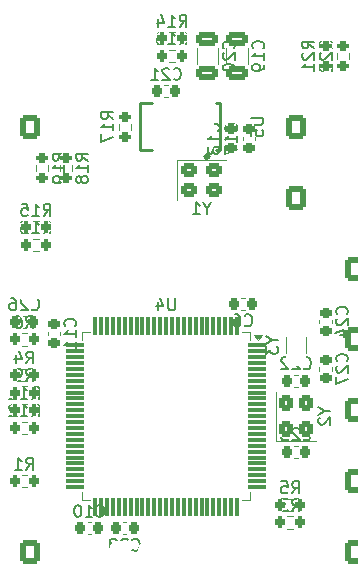
<source format=gbo>
%TF.GenerationSoftware,KiCad,Pcbnew,9.0.6*%
%TF.CreationDate,2026-01-30T19:37:08-05:00*%
%TF.ProjectId,flight controller,666c6967-6874-4206-936f-6e74726f6c6c,rev?*%
%TF.SameCoordinates,Original*%
%TF.FileFunction,Legend,Bot*%
%TF.FilePolarity,Positive*%
%FSLAX46Y46*%
G04 Gerber Fmt 4.6, Leading zero omitted, Abs format (unit mm)*
G04 Created by KiCad (PCBNEW 9.0.6) date 2026-01-30 19:37:08*
%MOMM*%
%LPD*%
G01*
G04 APERTURE LIST*
G04 Aperture macros list*
%AMRoundRect*
0 Rectangle with rounded corners*
0 $1 Rounding radius*
0 $2 $3 $4 $5 $6 $7 $8 $9 X,Y pos of 4 corners*
0 Add a 4 corners polygon primitive as box body*
4,1,4,$2,$3,$4,$5,$6,$7,$8,$9,$2,$3,0*
0 Add four circle primitives for the rounded corners*
1,1,$1+$1,$2,$3*
1,1,$1+$1,$4,$5*
1,1,$1+$1,$6,$7*
1,1,$1+$1,$8,$9*
0 Add four rect primitives between the rounded corners*
20,1,$1+$1,$2,$3,$4,$5,0*
20,1,$1+$1,$4,$5,$6,$7,0*
20,1,$1+$1,$6,$7,$8,$9,0*
20,1,$1+$1,$8,$9,$2,$3,0*%
G04 Aperture macros list end*
%ADD10C,0.150000*%
%ADD11C,0.120000*%
%ADD12C,0.250000*%
%ADD13C,0.300000*%
%ADD14C,2.700000*%
%ADD15RoundRect,0.250000X-0.600000X-0.725000X0.600000X-0.725000X0.600000X0.725000X-0.600000X0.725000X0*%
%ADD16O,1.700000X1.950000*%
%ADD17C,1.400000*%
%ADD18RoundRect,0.770000X0.980000X0.980000X-0.980000X0.980000X-0.980000X-0.980000X0.980000X-0.980000X0*%
%ADD19C,3.500000*%
%ADD20C,0.650000*%
%ADD21O,2.100000X1.000000*%
%ADD22O,1.600000X1.000000*%
%ADD23C,1.200000*%
%ADD24RoundRect,0.250000X0.650000X-0.325000X0.650000X0.325000X-0.650000X0.325000X-0.650000X-0.325000X0*%
%ADD25RoundRect,0.200000X0.200000X0.275000X-0.200000X0.275000X-0.200000X-0.275000X0.200000X-0.275000X0*%
%ADD26RoundRect,0.200000X-0.275000X0.200000X-0.275000X-0.200000X0.275000X-0.200000X0.275000X0.200000X0*%
%ADD27R,1.800000X1.000000*%
%ADD28RoundRect,0.225000X-0.225000X-0.250000X0.225000X-0.250000X0.225000X0.250000X-0.225000X0.250000X0*%
%ADD29RoundRect,0.225000X0.250000X-0.225000X0.250000X0.225000X-0.250000X0.225000X-0.250000X-0.225000X0*%
%ADD30RoundRect,0.225000X0.225000X0.250000X-0.225000X0.250000X-0.225000X-0.250000X0.225000X-0.250000X0*%
%ADD31RoundRect,0.200000X0.275000X-0.200000X0.275000X0.200000X-0.275000X0.200000X-0.275000X-0.200000X0*%
%ADD32R,0.360000X0.800000*%
%ADD33R,2.800000X1.500000*%
%ADD34RoundRect,0.225000X-0.250000X0.225000X-0.250000X-0.225000X0.250000X-0.225000X0.250000X0.225000X0*%
%ADD35RoundRect,0.250000X-0.450000X-0.350000X0.450000X-0.350000X0.450000X0.350000X-0.450000X0.350000X0*%
%ADD36RoundRect,0.250000X0.350000X-0.450000X0.350000X0.450000X-0.350000X0.450000X-0.350000X-0.450000X0*%
%ADD37RoundRect,0.075000X0.725000X0.075000X-0.725000X0.075000X-0.725000X-0.075000X0.725000X-0.075000X0*%
%ADD38RoundRect,0.075000X0.075000X0.725000X-0.075000X0.725000X-0.075000X-0.725000X0.075000X-0.725000X0*%
G04 APERTURE END LIST*
D10*
X157209580Y-59357142D02*
X157257200Y-59309523D01*
X157257200Y-59309523D02*
X157304819Y-59166666D01*
X157304819Y-59166666D02*
X157304819Y-59071428D01*
X157304819Y-59071428D02*
X157257200Y-58928571D01*
X157257200Y-58928571D02*
X157161961Y-58833333D01*
X157161961Y-58833333D02*
X157066723Y-58785714D01*
X157066723Y-58785714D02*
X156876247Y-58738095D01*
X156876247Y-58738095D02*
X156733390Y-58738095D01*
X156733390Y-58738095D02*
X156542914Y-58785714D01*
X156542914Y-58785714D02*
X156447676Y-58833333D01*
X156447676Y-58833333D02*
X156352438Y-58928571D01*
X156352438Y-58928571D02*
X156304819Y-59071428D01*
X156304819Y-59071428D02*
X156304819Y-59166666D01*
X156304819Y-59166666D02*
X156352438Y-59309523D01*
X156352438Y-59309523D02*
X156400057Y-59357142D01*
X156400057Y-59738095D02*
X156352438Y-59785714D01*
X156352438Y-59785714D02*
X156304819Y-59880952D01*
X156304819Y-59880952D02*
X156304819Y-60119047D01*
X156304819Y-60119047D02*
X156352438Y-60214285D01*
X156352438Y-60214285D02*
X156400057Y-60261904D01*
X156400057Y-60261904D02*
X156495295Y-60309523D01*
X156495295Y-60309523D02*
X156590533Y-60309523D01*
X156590533Y-60309523D02*
X156733390Y-60261904D01*
X156733390Y-60261904D02*
X157304819Y-59690476D01*
X157304819Y-59690476D02*
X157304819Y-60309523D01*
X156304819Y-60928571D02*
X156304819Y-61023809D01*
X156304819Y-61023809D02*
X156352438Y-61119047D01*
X156352438Y-61119047D02*
X156400057Y-61166666D01*
X156400057Y-61166666D02*
X156495295Y-61214285D01*
X156495295Y-61214285D02*
X156685771Y-61261904D01*
X156685771Y-61261904D02*
X156923866Y-61261904D01*
X156923866Y-61261904D02*
X157114342Y-61214285D01*
X157114342Y-61214285D02*
X157209580Y-61166666D01*
X157209580Y-61166666D02*
X157257200Y-61119047D01*
X157257200Y-61119047D02*
X157304819Y-61023809D01*
X157304819Y-61023809D02*
X157304819Y-60928571D01*
X157304819Y-60928571D02*
X157257200Y-60833333D01*
X157257200Y-60833333D02*
X157209580Y-60785714D01*
X157209580Y-60785714D02*
X157114342Y-60738095D01*
X157114342Y-60738095D02*
X156923866Y-60690476D01*
X156923866Y-60690476D02*
X156685771Y-60690476D01*
X156685771Y-60690476D02*
X156495295Y-60738095D01*
X156495295Y-60738095D02*
X156400057Y-60785714D01*
X156400057Y-60785714D02*
X156352438Y-60833333D01*
X156352438Y-60833333D02*
X156304819Y-60928571D01*
X139666666Y-83024819D02*
X139999999Y-82548628D01*
X140238094Y-83024819D02*
X140238094Y-82024819D01*
X140238094Y-82024819D02*
X139857142Y-82024819D01*
X139857142Y-82024819D02*
X139761904Y-82072438D01*
X139761904Y-82072438D02*
X139714285Y-82120057D01*
X139714285Y-82120057D02*
X139666666Y-82215295D01*
X139666666Y-82215295D02*
X139666666Y-82358152D01*
X139666666Y-82358152D02*
X139714285Y-82453390D01*
X139714285Y-82453390D02*
X139761904Y-82501009D01*
X139761904Y-82501009D02*
X139857142Y-82548628D01*
X139857142Y-82548628D02*
X140238094Y-82548628D01*
X138809523Y-82024819D02*
X138999999Y-82024819D01*
X138999999Y-82024819D02*
X139095237Y-82072438D01*
X139095237Y-82072438D02*
X139142856Y-82120057D01*
X139142856Y-82120057D02*
X139238094Y-82262914D01*
X139238094Y-82262914D02*
X139285713Y-82453390D01*
X139285713Y-82453390D02*
X139285713Y-82834342D01*
X139285713Y-82834342D02*
X139238094Y-82929580D01*
X139238094Y-82929580D02*
X139190475Y-82977200D01*
X139190475Y-82977200D02*
X139095237Y-83024819D01*
X139095237Y-83024819D02*
X138904761Y-83024819D01*
X138904761Y-83024819D02*
X138809523Y-82977200D01*
X138809523Y-82977200D02*
X138761904Y-82929580D01*
X138761904Y-82929580D02*
X138714285Y-82834342D01*
X138714285Y-82834342D02*
X138714285Y-82596247D01*
X138714285Y-82596247D02*
X138761904Y-82501009D01*
X138761904Y-82501009D02*
X138809523Y-82453390D01*
X138809523Y-82453390D02*
X138904761Y-82405771D01*
X138904761Y-82405771D02*
X139095237Y-82405771D01*
X139095237Y-82405771D02*
X139190475Y-82453390D01*
X139190475Y-82453390D02*
X139238094Y-82501009D01*
X139238094Y-82501009D02*
X139285713Y-82596247D01*
X164024819Y-59357142D02*
X163548628Y-59023809D01*
X164024819Y-58785714D02*
X163024819Y-58785714D01*
X163024819Y-58785714D02*
X163024819Y-59166666D01*
X163024819Y-59166666D02*
X163072438Y-59261904D01*
X163072438Y-59261904D02*
X163120057Y-59309523D01*
X163120057Y-59309523D02*
X163215295Y-59357142D01*
X163215295Y-59357142D02*
X163358152Y-59357142D01*
X163358152Y-59357142D02*
X163453390Y-59309523D01*
X163453390Y-59309523D02*
X163501009Y-59261904D01*
X163501009Y-59261904D02*
X163548628Y-59166666D01*
X163548628Y-59166666D02*
X163548628Y-58785714D01*
X163120057Y-59738095D02*
X163072438Y-59785714D01*
X163072438Y-59785714D02*
X163024819Y-59880952D01*
X163024819Y-59880952D02*
X163024819Y-60119047D01*
X163024819Y-60119047D02*
X163072438Y-60214285D01*
X163072438Y-60214285D02*
X163120057Y-60261904D01*
X163120057Y-60261904D02*
X163215295Y-60309523D01*
X163215295Y-60309523D02*
X163310533Y-60309523D01*
X163310533Y-60309523D02*
X163453390Y-60261904D01*
X163453390Y-60261904D02*
X164024819Y-59690476D01*
X164024819Y-59690476D02*
X164024819Y-60309523D01*
X164024819Y-61261904D02*
X164024819Y-60690476D01*
X164024819Y-60976190D02*
X163024819Y-60976190D01*
X163024819Y-60976190D02*
X163167676Y-60880952D01*
X163167676Y-60880952D02*
X163262914Y-60785714D01*
X163262914Y-60785714D02*
X163310533Y-60690476D01*
X139666666Y-86024819D02*
X139999999Y-85548628D01*
X140238094Y-86024819D02*
X140238094Y-85024819D01*
X140238094Y-85024819D02*
X139857142Y-85024819D01*
X139857142Y-85024819D02*
X139761904Y-85072438D01*
X139761904Y-85072438D02*
X139714285Y-85120057D01*
X139714285Y-85120057D02*
X139666666Y-85215295D01*
X139666666Y-85215295D02*
X139666666Y-85358152D01*
X139666666Y-85358152D02*
X139714285Y-85453390D01*
X139714285Y-85453390D02*
X139761904Y-85501009D01*
X139761904Y-85501009D02*
X139857142Y-85548628D01*
X139857142Y-85548628D02*
X140238094Y-85548628D01*
X138809523Y-85358152D02*
X138809523Y-86024819D01*
X139047618Y-84977200D02*
X139285713Y-85691485D01*
X139285713Y-85691485D02*
X138666666Y-85691485D01*
X160478628Y-84023809D02*
X160954819Y-84023809D01*
X159954819Y-83690476D02*
X160478628Y-84023809D01*
X160478628Y-84023809D02*
X159954819Y-84357142D01*
X159954819Y-84595238D02*
X159954819Y-85214285D01*
X159954819Y-85214285D02*
X160335771Y-84880952D01*
X160335771Y-84880952D02*
X160335771Y-85023809D01*
X160335771Y-85023809D02*
X160383390Y-85119047D01*
X160383390Y-85119047D02*
X160431009Y-85166666D01*
X160431009Y-85166666D02*
X160526247Y-85214285D01*
X160526247Y-85214285D02*
X160764342Y-85214285D01*
X160764342Y-85214285D02*
X160859580Y-85166666D01*
X160859580Y-85166666D02*
X160907200Y-85119047D01*
X160907200Y-85119047D02*
X160954819Y-85023809D01*
X160954819Y-85023809D02*
X160954819Y-84738095D01*
X160954819Y-84738095D02*
X160907200Y-84642857D01*
X160907200Y-84642857D02*
X160859580Y-84595238D01*
X165524819Y-59357142D02*
X165048628Y-59023809D01*
X165524819Y-58785714D02*
X164524819Y-58785714D01*
X164524819Y-58785714D02*
X164524819Y-59166666D01*
X164524819Y-59166666D02*
X164572438Y-59261904D01*
X164572438Y-59261904D02*
X164620057Y-59309523D01*
X164620057Y-59309523D02*
X164715295Y-59357142D01*
X164715295Y-59357142D02*
X164858152Y-59357142D01*
X164858152Y-59357142D02*
X164953390Y-59309523D01*
X164953390Y-59309523D02*
X165001009Y-59261904D01*
X165001009Y-59261904D02*
X165048628Y-59166666D01*
X165048628Y-59166666D02*
X165048628Y-58785714D01*
X164620057Y-59738095D02*
X164572438Y-59785714D01*
X164572438Y-59785714D02*
X164524819Y-59880952D01*
X164524819Y-59880952D02*
X164524819Y-60119047D01*
X164524819Y-60119047D02*
X164572438Y-60214285D01*
X164572438Y-60214285D02*
X164620057Y-60261904D01*
X164620057Y-60261904D02*
X164715295Y-60309523D01*
X164715295Y-60309523D02*
X164810533Y-60309523D01*
X164810533Y-60309523D02*
X164953390Y-60261904D01*
X164953390Y-60261904D02*
X165524819Y-59690476D01*
X165524819Y-59690476D02*
X165524819Y-60309523D01*
X164620057Y-60690476D02*
X164572438Y-60738095D01*
X164572438Y-60738095D02*
X164524819Y-60833333D01*
X164524819Y-60833333D02*
X164524819Y-61071428D01*
X164524819Y-61071428D02*
X164572438Y-61166666D01*
X164572438Y-61166666D02*
X164620057Y-61214285D01*
X164620057Y-61214285D02*
X164715295Y-61261904D01*
X164715295Y-61261904D02*
X164810533Y-61261904D01*
X164810533Y-61261904D02*
X164953390Y-61214285D01*
X164953390Y-61214285D02*
X165524819Y-60642857D01*
X165524819Y-60642857D02*
X165524819Y-61261904D01*
X139666666Y-95024819D02*
X139999999Y-94548628D01*
X140238094Y-95024819D02*
X140238094Y-94024819D01*
X140238094Y-94024819D02*
X139857142Y-94024819D01*
X139857142Y-94024819D02*
X139761904Y-94072438D01*
X139761904Y-94072438D02*
X139714285Y-94120057D01*
X139714285Y-94120057D02*
X139666666Y-94215295D01*
X139666666Y-94215295D02*
X139666666Y-94358152D01*
X139666666Y-94358152D02*
X139714285Y-94453390D01*
X139714285Y-94453390D02*
X139761904Y-94501009D01*
X139761904Y-94501009D02*
X139857142Y-94548628D01*
X139857142Y-94548628D02*
X140238094Y-94548628D01*
X138714285Y-95024819D02*
X139285713Y-95024819D01*
X138999999Y-95024819D02*
X138999999Y-94024819D01*
X138999999Y-94024819D02*
X139095237Y-94167676D01*
X139095237Y-94167676D02*
X139190475Y-94262914D01*
X139190475Y-94262914D02*
X139285713Y-94310533D01*
X158166666Y-82789580D02*
X158214285Y-82837200D01*
X158214285Y-82837200D02*
X158357142Y-82884819D01*
X158357142Y-82884819D02*
X158452380Y-82884819D01*
X158452380Y-82884819D02*
X158595237Y-82837200D01*
X158595237Y-82837200D02*
X158690475Y-82741961D01*
X158690475Y-82741961D02*
X158738094Y-82646723D01*
X158738094Y-82646723D02*
X158785713Y-82456247D01*
X158785713Y-82456247D02*
X158785713Y-82313390D01*
X158785713Y-82313390D02*
X158738094Y-82122914D01*
X158738094Y-82122914D02*
X158690475Y-82027676D01*
X158690475Y-82027676D02*
X158595237Y-81932438D01*
X158595237Y-81932438D02*
X158452380Y-81884819D01*
X158452380Y-81884819D02*
X158357142Y-81884819D01*
X158357142Y-81884819D02*
X158214285Y-81932438D01*
X158214285Y-81932438D02*
X158166666Y-81980057D01*
X157309523Y-81884819D02*
X157499999Y-81884819D01*
X157499999Y-81884819D02*
X157595237Y-81932438D01*
X157595237Y-81932438D02*
X157642856Y-81980057D01*
X157642856Y-81980057D02*
X157738094Y-82122914D01*
X157738094Y-82122914D02*
X157785713Y-82313390D01*
X157785713Y-82313390D02*
X157785713Y-82694342D01*
X157785713Y-82694342D02*
X157738094Y-82789580D01*
X157738094Y-82789580D02*
X157690475Y-82837200D01*
X157690475Y-82837200D02*
X157595237Y-82884819D01*
X157595237Y-82884819D02*
X157404761Y-82884819D01*
X157404761Y-82884819D02*
X157309523Y-82837200D01*
X157309523Y-82837200D02*
X157261904Y-82789580D01*
X157261904Y-82789580D02*
X157214285Y-82694342D01*
X157214285Y-82694342D02*
X157214285Y-82456247D01*
X157214285Y-82456247D02*
X157261904Y-82361009D01*
X157261904Y-82361009D02*
X157309523Y-82313390D01*
X157309523Y-82313390D02*
X157404761Y-82265771D01*
X157404761Y-82265771D02*
X157595237Y-82265771D01*
X157595237Y-82265771D02*
X157690475Y-82313390D01*
X157690475Y-82313390D02*
X157738094Y-82361009D01*
X157738094Y-82361009D02*
X157785713Y-82456247D01*
X166789580Y-85857142D02*
X166837200Y-85809523D01*
X166837200Y-85809523D02*
X166884819Y-85666666D01*
X166884819Y-85666666D02*
X166884819Y-85571428D01*
X166884819Y-85571428D02*
X166837200Y-85428571D01*
X166837200Y-85428571D02*
X166741961Y-85333333D01*
X166741961Y-85333333D02*
X166646723Y-85285714D01*
X166646723Y-85285714D02*
X166456247Y-85238095D01*
X166456247Y-85238095D02*
X166313390Y-85238095D01*
X166313390Y-85238095D02*
X166122914Y-85285714D01*
X166122914Y-85285714D02*
X166027676Y-85333333D01*
X166027676Y-85333333D02*
X165932438Y-85428571D01*
X165932438Y-85428571D02*
X165884819Y-85571428D01*
X165884819Y-85571428D02*
X165884819Y-85666666D01*
X165884819Y-85666666D02*
X165932438Y-85809523D01*
X165932438Y-85809523D02*
X165980057Y-85857142D01*
X165980057Y-86238095D02*
X165932438Y-86285714D01*
X165932438Y-86285714D02*
X165884819Y-86380952D01*
X165884819Y-86380952D02*
X165884819Y-86619047D01*
X165884819Y-86619047D02*
X165932438Y-86714285D01*
X165932438Y-86714285D02*
X165980057Y-86761904D01*
X165980057Y-86761904D02*
X166075295Y-86809523D01*
X166075295Y-86809523D02*
X166170533Y-86809523D01*
X166170533Y-86809523D02*
X166313390Y-86761904D01*
X166313390Y-86761904D02*
X166884819Y-86190476D01*
X166884819Y-86190476D02*
X166884819Y-86809523D01*
X165884819Y-87142857D02*
X165884819Y-87809523D01*
X165884819Y-87809523D02*
X166884819Y-87380952D01*
X145642857Y-98929580D02*
X145690476Y-98977200D01*
X145690476Y-98977200D02*
X145833333Y-99024819D01*
X145833333Y-99024819D02*
X145928571Y-99024819D01*
X145928571Y-99024819D02*
X146071428Y-98977200D01*
X146071428Y-98977200D02*
X146166666Y-98881961D01*
X146166666Y-98881961D02*
X146214285Y-98786723D01*
X146214285Y-98786723D02*
X146261904Y-98596247D01*
X146261904Y-98596247D02*
X146261904Y-98453390D01*
X146261904Y-98453390D02*
X146214285Y-98262914D01*
X146214285Y-98262914D02*
X146166666Y-98167676D01*
X146166666Y-98167676D02*
X146071428Y-98072438D01*
X146071428Y-98072438D02*
X145928571Y-98024819D01*
X145928571Y-98024819D02*
X145833333Y-98024819D01*
X145833333Y-98024819D02*
X145690476Y-98072438D01*
X145690476Y-98072438D02*
X145642857Y-98120057D01*
X144690476Y-99024819D02*
X145261904Y-99024819D01*
X144976190Y-99024819D02*
X144976190Y-98024819D01*
X144976190Y-98024819D02*
X145071428Y-98167676D01*
X145071428Y-98167676D02*
X145166666Y-98262914D01*
X145166666Y-98262914D02*
X145261904Y-98310533D01*
X144071428Y-98024819D02*
X143976190Y-98024819D01*
X143976190Y-98024819D02*
X143880952Y-98072438D01*
X143880952Y-98072438D02*
X143833333Y-98120057D01*
X143833333Y-98120057D02*
X143785714Y-98215295D01*
X143785714Y-98215295D02*
X143738095Y-98405771D01*
X143738095Y-98405771D02*
X143738095Y-98643866D01*
X143738095Y-98643866D02*
X143785714Y-98834342D01*
X143785714Y-98834342D02*
X143833333Y-98929580D01*
X143833333Y-98929580D02*
X143880952Y-98977200D01*
X143880952Y-98977200D02*
X143976190Y-99024819D01*
X143976190Y-99024819D02*
X144071428Y-99024819D01*
X144071428Y-99024819D02*
X144166666Y-98977200D01*
X144166666Y-98977200D02*
X144214285Y-98929580D01*
X144214285Y-98929580D02*
X144261904Y-98834342D01*
X144261904Y-98834342D02*
X144309523Y-98643866D01*
X144309523Y-98643866D02*
X144309523Y-98405771D01*
X144309523Y-98405771D02*
X144261904Y-98215295D01*
X144261904Y-98215295D02*
X144214285Y-98120057D01*
X144214285Y-98120057D02*
X144166666Y-98072438D01*
X144166666Y-98072438D02*
X144071428Y-98024819D01*
X147024819Y-65357142D02*
X146548628Y-65023809D01*
X147024819Y-64785714D02*
X146024819Y-64785714D01*
X146024819Y-64785714D02*
X146024819Y-65166666D01*
X146024819Y-65166666D02*
X146072438Y-65261904D01*
X146072438Y-65261904D02*
X146120057Y-65309523D01*
X146120057Y-65309523D02*
X146215295Y-65357142D01*
X146215295Y-65357142D02*
X146358152Y-65357142D01*
X146358152Y-65357142D02*
X146453390Y-65309523D01*
X146453390Y-65309523D02*
X146501009Y-65261904D01*
X146501009Y-65261904D02*
X146548628Y-65166666D01*
X146548628Y-65166666D02*
X146548628Y-64785714D01*
X147024819Y-66309523D02*
X147024819Y-65738095D01*
X147024819Y-66023809D02*
X146024819Y-66023809D01*
X146024819Y-66023809D02*
X146167676Y-65928571D01*
X146167676Y-65928571D02*
X146262914Y-65833333D01*
X146262914Y-65833333D02*
X146310533Y-65738095D01*
X146024819Y-66642857D02*
X146024819Y-67309523D01*
X146024819Y-67309523D02*
X147024819Y-66880952D01*
X142884819Y-68857142D02*
X142408628Y-68523809D01*
X142884819Y-68285714D02*
X141884819Y-68285714D01*
X141884819Y-68285714D02*
X141884819Y-68666666D01*
X141884819Y-68666666D02*
X141932438Y-68761904D01*
X141932438Y-68761904D02*
X141980057Y-68809523D01*
X141980057Y-68809523D02*
X142075295Y-68857142D01*
X142075295Y-68857142D02*
X142218152Y-68857142D01*
X142218152Y-68857142D02*
X142313390Y-68809523D01*
X142313390Y-68809523D02*
X142361009Y-68761904D01*
X142361009Y-68761904D02*
X142408628Y-68666666D01*
X142408628Y-68666666D02*
X142408628Y-68285714D01*
X142884819Y-69809523D02*
X142884819Y-69238095D01*
X142884819Y-69523809D02*
X141884819Y-69523809D01*
X141884819Y-69523809D02*
X142027676Y-69428571D01*
X142027676Y-69428571D02*
X142122914Y-69333333D01*
X142122914Y-69333333D02*
X142170533Y-69238095D01*
X142884819Y-70285714D02*
X142884819Y-70476190D01*
X142884819Y-70476190D02*
X142837200Y-70571428D01*
X142837200Y-70571428D02*
X142789580Y-70619047D01*
X142789580Y-70619047D02*
X142646723Y-70714285D01*
X142646723Y-70714285D02*
X142456247Y-70761904D01*
X142456247Y-70761904D02*
X142075295Y-70761904D01*
X142075295Y-70761904D02*
X141980057Y-70714285D01*
X141980057Y-70714285D02*
X141932438Y-70666666D01*
X141932438Y-70666666D02*
X141884819Y-70571428D01*
X141884819Y-70571428D02*
X141884819Y-70380952D01*
X141884819Y-70380952D02*
X141932438Y-70285714D01*
X141932438Y-70285714D02*
X141980057Y-70238095D01*
X141980057Y-70238095D02*
X142075295Y-70190476D01*
X142075295Y-70190476D02*
X142313390Y-70190476D01*
X142313390Y-70190476D02*
X142408628Y-70238095D01*
X142408628Y-70238095D02*
X142456247Y-70285714D01*
X142456247Y-70285714D02*
X142503866Y-70380952D01*
X142503866Y-70380952D02*
X142503866Y-70571428D01*
X142503866Y-70571428D02*
X142456247Y-70666666D01*
X142456247Y-70666666D02*
X142408628Y-70714285D01*
X142408628Y-70714285D02*
X142313390Y-70761904D01*
X139666666Y-87524819D02*
X139999999Y-87048628D01*
X140238094Y-87524819D02*
X140238094Y-86524819D01*
X140238094Y-86524819D02*
X139857142Y-86524819D01*
X139857142Y-86524819D02*
X139761904Y-86572438D01*
X139761904Y-86572438D02*
X139714285Y-86620057D01*
X139714285Y-86620057D02*
X139666666Y-86715295D01*
X139666666Y-86715295D02*
X139666666Y-86858152D01*
X139666666Y-86858152D02*
X139714285Y-86953390D01*
X139714285Y-86953390D02*
X139761904Y-87001009D01*
X139761904Y-87001009D02*
X139857142Y-87048628D01*
X139857142Y-87048628D02*
X140238094Y-87048628D01*
X139190475Y-87524819D02*
X138999999Y-87524819D01*
X138999999Y-87524819D02*
X138904761Y-87477200D01*
X138904761Y-87477200D02*
X138857142Y-87429580D01*
X138857142Y-87429580D02*
X138761904Y-87286723D01*
X138761904Y-87286723D02*
X138714285Y-87096247D01*
X138714285Y-87096247D02*
X138714285Y-86715295D01*
X138714285Y-86715295D02*
X138761904Y-86620057D01*
X138761904Y-86620057D02*
X138809523Y-86572438D01*
X138809523Y-86572438D02*
X138904761Y-86524819D01*
X138904761Y-86524819D02*
X139095237Y-86524819D01*
X139095237Y-86524819D02*
X139190475Y-86572438D01*
X139190475Y-86572438D02*
X139238094Y-86620057D01*
X139238094Y-86620057D02*
X139285713Y-86715295D01*
X139285713Y-86715295D02*
X139285713Y-86953390D01*
X139285713Y-86953390D02*
X139238094Y-87048628D01*
X139238094Y-87048628D02*
X139190475Y-87096247D01*
X139190475Y-87096247D02*
X139095237Y-87143866D01*
X139095237Y-87143866D02*
X138904761Y-87143866D01*
X138904761Y-87143866D02*
X138809523Y-87096247D01*
X138809523Y-87096247D02*
X138761904Y-87048628D01*
X138761904Y-87048628D02*
X138714285Y-86953390D01*
X166789580Y-81857142D02*
X166837200Y-81809523D01*
X166837200Y-81809523D02*
X166884819Y-81666666D01*
X166884819Y-81666666D02*
X166884819Y-81571428D01*
X166884819Y-81571428D02*
X166837200Y-81428571D01*
X166837200Y-81428571D02*
X166741961Y-81333333D01*
X166741961Y-81333333D02*
X166646723Y-81285714D01*
X166646723Y-81285714D02*
X166456247Y-81238095D01*
X166456247Y-81238095D02*
X166313390Y-81238095D01*
X166313390Y-81238095D02*
X166122914Y-81285714D01*
X166122914Y-81285714D02*
X166027676Y-81333333D01*
X166027676Y-81333333D02*
X165932438Y-81428571D01*
X165932438Y-81428571D02*
X165884819Y-81571428D01*
X165884819Y-81571428D02*
X165884819Y-81666666D01*
X165884819Y-81666666D02*
X165932438Y-81809523D01*
X165932438Y-81809523D02*
X165980057Y-81857142D01*
X165980057Y-82238095D02*
X165932438Y-82285714D01*
X165932438Y-82285714D02*
X165884819Y-82380952D01*
X165884819Y-82380952D02*
X165884819Y-82619047D01*
X165884819Y-82619047D02*
X165932438Y-82714285D01*
X165932438Y-82714285D02*
X165980057Y-82761904D01*
X165980057Y-82761904D02*
X166075295Y-82809523D01*
X166075295Y-82809523D02*
X166170533Y-82809523D01*
X166170533Y-82809523D02*
X166313390Y-82761904D01*
X166313390Y-82761904D02*
X166884819Y-82190476D01*
X166884819Y-82190476D02*
X166884819Y-82809523D01*
X166218152Y-83666666D02*
X166884819Y-83666666D01*
X165837200Y-83428571D02*
X166551485Y-83190476D01*
X166551485Y-83190476D02*
X166551485Y-83809523D01*
X158724819Y-65238095D02*
X159534342Y-65238095D01*
X159534342Y-65238095D02*
X159629580Y-65285714D01*
X159629580Y-65285714D02*
X159677200Y-65333333D01*
X159677200Y-65333333D02*
X159724819Y-65428571D01*
X159724819Y-65428571D02*
X159724819Y-65619047D01*
X159724819Y-65619047D02*
X159677200Y-65714285D01*
X159677200Y-65714285D02*
X159629580Y-65761904D01*
X159629580Y-65761904D02*
X159534342Y-65809523D01*
X159534342Y-65809523D02*
X158724819Y-65809523D01*
X158724819Y-66761904D02*
X158724819Y-66285714D01*
X158724819Y-66285714D02*
X159201009Y-66238095D01*
X159201009Y-66238095D02*
X159153390Y-66285714D01*
X159153390Y-66285714D02*
X159105771Y-66380952D01*
X159105771Y-66380952D02*
X159105771Y-66619047D01*
X159105771Y-66619047D02*
X159153390Y-66714285D01*
X159153390Y-66714285D02*
X159201009Y-66761904D01*
X159201009Y-66761904D02*
X159296247Y-66809523D01*
X159296247Y-66809523D02*
X159534342Y-66809523D01*
X159534342Y-66809523D02*
X159629580Y-66761904D01*
X159629580Y-66761904D02*
X159677200Y-66714285D01*
X159677200Y-66714285D02*
X159724819Y-66619047D01*
X159724819Y-66619047D02*
X159724819Y-66380952D01*
X159724819Y-66380952D02*
X159677200Y-66285714D01*
X159677200Y-66285714D02*
X159629580Y-66238095D01*
X144884819Y-68857142D02*
X144408628Y-68523809D01*
X144884819Y-68285714D02*
X143884819Y-68285714D01*
X143884819Y-68285714D02*
X143884819Y-68666666D01*
X143884819Y-68666666D02*
X143932438Y-68761904D01*
X143932438Y-68761904D02*
X143980057Y-68809523D01*
X143980057Y-68809523D02*
X144075295Y-68857142D01*
X144075295Y-68857142D02*
X144218152Y-68857142D01*
X144218152Y-68857142D02*
X144313390Y-68809523D01*
X144313390Y-68809523D02*
X144361009Y-68761904D01*
X144361009Y-68761904D02*
X144408628Y-68666666D01*
X144408628Y-68666666D02*
X144408628Y-68285714D01*
X144884819Y-69809523D02*
X144884819Y-69238095D01*
X144884819Y-69523809D02*
X143884819Y-69523809D01*
X143884819Y-69523809D02*
X144027676Y-69428571D01*
X144027676Y-69428571D02*
X144122914Y-69333333D01*
X144122914Y-69333333D02*
X144170533Y-69238095D01*
X144313390Y-70380952D02*
X144265771Y-70285714D01*
X144265771Y-70285714D02*
X144218152Y-70238095D01*
X144218152Y-70238095D02*
X144122914Y-70190476D01*
X144122914Y-70190476D02*
X144075295Y-70190476D01*
X144075295Y-70190476D02*
X143980057Y-70238095D01*
X143980057Y-70238095D02*
X143932438Y-70285714D01*
X143932438Y-70285714D02*
X143884819Y-70380952D01*
X143884819Y-70380952D02*
X143884819Y-70571428D01*
X143884819Y-70571428D02*
X143932438Y-70666666D01*
X143932438Y-70666666D02*
X143980057Y-70714285D01*
X143980057Y-70714285D02*
X144075295Y-70761904D01*
X144075295Y-70761904D02*
X144122914Y-70761904D01*
X144122914Y-70761904D02*
X144218152Y-70714285D01*
X144218152Y-70714285D02*
X144265771Y-70666666D01*
X144265771Y-70666666D02*
X144313390Y-70571428D01*
X144313390Y-70571428D02*
X144313390Y-70380952D01*
X144313390Y-70380952D02*
X144361009Y-70285714D01*
X144361009Y-70285714D02*
X144408628Y-70238095D01*
X144408628Y-70238095D02*
X144503866Y-70190476D01*
X144503866Y-70190476D02*
X144694342Y-70190476D01*
X144694342Y-70190476D02*
X144789580Y-70238095D01*
X144789580Y-70238095D02*
X144837200Y-70285714D01*
X144837200Y-70285714D02*
X144884819Y-70380952D01*
X144884819Y-70380952D02*
X144884819Y-70571428D01*
X144884819Y-70571428D02*
X144837200Y-70666666D01*
X144837200Y-70666666D02*
X144789580Y-70714285D01*
X144789580Y-70714285D02*
X144694342Y-70761904D01*
X144694342Y-70761904D02*
X144503866Y-70761904D01*
X144503866Y-70761904D02*
X144408628Y-70714285D01*
X144408628Y-70714285D02*
X144361009Y-70666666D01*
X144361009Y-70666666D02*
X144313390Y-70571428D01*
X140142857Y-81429580D02*
X140190476Y-81477200D01*
X140190476Y-81477200D02*
X140333333Y-81524819D01*
X140333333Y-81524819D02*
X140428571Y-81524819D01*
X140428571Y-81524819D02*
X140571428Y-81477200D01*
X140571428Y-81477200D02*
X140666666Y-81381961D01*
X140666666Y-81381961D02*
X140714285Y-81286723D01*
X140714285Y-81286723D02*
X140761904Y-81096247D01*
X140761904Y-81096247D02*
X140761904Y-80953390D01*
X140761904Y-80953390D02*
X140714285Y-80762914D01*
X140714285Y-80762914D02*
X140666666Y-80667676D01*
X140666666Y-80667676D02*
X140571428Y-80572438D01*
X140571428Y-80572438D02*
X140428571Y-80524819D01*
X140428571Y-80524819D02*
X140333333Y-80524819D01*
X140333333Y-80524819D02*
X140190476Y-80572438D01*
X140190476Y-80572438D02*
X140142857Y-80620057D01*
X139761904Y-80620057D02*
X139714285Y-80572438D01*
X139714285Y-80572438D02*
X139619047Y-80524819D01*
X139619047Y-80524819D02*
X139380952Y-80524819D01*
X139380952Y-80524819D02*
X139285714Y-80572438D01*
X139285714Y-80572438D02*
X139238095Y-80620057D01*
X139238095Y-80620057D02*
X139190476Y-80715295D01*
X139190476Y-80715295D02*
X139190476Y-80810533D01*
X139190476Y-80810533D02*
X139238095Y-80953390D01*
X139238095Y-80953390D02*
X139809523Y-81524819D01*
X139809523Y-81524819D02*
X139190476Y-81524819D01*
X138333333Y-80524819D02*
X138523809Y-80524819D01*
X138523809Y-80524819D02*
X138619047Y-80572438D01*
X138619047Y-80572438D02*
X138666666Y-80620057D01*
X138666666Y-80620057D02*
X138761904Y-80762914D01*
X138761904Y-80762914D02*
X138809523Y-80953390D01*
X138809523Y-80953390D02*
X138809523Y-81334342D01*
X138809523Y-81334342D02*
X138761904Y-81429580D01*
X138761904Y-81429580D02*
X138714285Y-81477200D01*
X138714285Y-81477200D02*
X138619047Y-81524819D01*
X138619047Y-81524819D02*
X138428571Y-81524819D01*
X138428571Y-81524819D02*
X138333333Y-81477200D01*
X138333333Y-81477200D02*
X138285714Y-81429580D01*
X138285714Y-81429580D02*
X138238095Y-81334342D01*
X138238095Y-81334342D02*
X138238095Y-81096247D01*
X138238095Y-81096247D02*
X138285714Y-81001009D01*
X138285714Y-81001009D02*
X138333333Y-80953390D01*
X138333333Y-80953390D02*
X138428571Y-80905771D01*
X138428571Y-80905771D02*
X138619047Y-80905771D01*
X138619047Y-80905771D02*
X138714285Y-80953390D01*
X138714285Y-80953390D02*
X138761904Y-81001009D01*
X138761904Y-81001009D02*
X138809523Y-81096247D01*
X148642857Y-101789580D02*
X148690476Y-101837200D01*
X148690476Y-101837200D02*
X148833333Y-101884819D01*
X148833333Y-101884819D02*
X148928571Y-101884819D01*
X148928571Y-101884819D02*
X149071428Y-101837200D01*
X149071428Y-101837200D02*
X149166666Y-101741961D01*
X149166666Y-101741961D02*
X149214285Y-101646723D01*
X149214285Y-101646723D02*
X149261904Y-101456247D01*
X149261904Y-101456247D02*
X149261904Y-101313390D01*
X149261904Y-101313390D02*
X149214285Y-101122914D01*
X149214285Y-101122914D02*
X149166666Y-101027676D01*
X149166666Y-101027676D02*
X149071428Y-100932438D01*
X149071428Y-100932438D02*
X148928571Y-100884819D01*
X148928571Y-100884819D02*
X148833333Y-100884819D01*
X148833333Y-100884819D02*
X148690476Y-100932438D01*
X148690476Y-100932438D02*
X148642857Y-100980057D01*
X148261904Y-100980057D02*
X148214285Y-100932438D01*
X148214285Y-100932438D02*
X148119047Y-100884819D01*
X148119047Y-100884819D02*
X147880952Y-100884819D01*
X147880952Y-100884819D02*
X147785714Y-100932438D01*
X147785714Y-100932438D02*
X147738095Y-100980057D01*
X147738095Y-100980057D02*
X147690476Y-101075295D01*
X147690476Y-101075295D02*
X147690476Y-101170533D01*
X147690476Y-101170533D02*
X147738095Y-101313390D01*
X147738095Y-101313390D02*
X148309523Y-101884819D01*
X148309523Y-101884819D02*
X147690476Y-101884819D01*
X147119047Y-101313390D02*
X147214285Y-101265771D01*
X147214285Y-101265771D02*
X147261904Y-101218152D01*
X147261904Y-101218152D02*
X147309523Y-101122914D01*
X147309523Y-101122914D02*
X147309523Y-101075295D01*
X147309523Y-101075295D02*
X147261904Y-100980057D01*
X147261904Y-100980057D02*
X147214285Y-100932438D01*
X147214285Y-100932438D02*
X147119047Y-100884819D01*
X147119047Y-100884819D02*
X146928571Y-100884819D01*
X146928571Y-100884819D02*
X146833333Y-100932438D01*
X146833333Y-100932438D02*
X146785714Y-100980057D01*
X146785714Y-100980057D02*
X146738095Y-101075295D01*
X146738095Y-101075295D02*
X146738095Y-101122914D01*
X146738095Y-101122914D02*
X146785714Y-101218152D01*
X146785714Y-101218152D02*
X146833333Y-101265771D01*
X146833333Y-101265771D02*
X146928571Y-101313390D01*
X146928571Y-101313390D02*
X147119047Y-101313390D01*
X147119047Y-101313390D02*
X147214285Y-101361009D01*
X147214285Y-101361009D02*
X147261904Y-101408628D01*
X147261904Y-101408628D02*
X147309523Y-101503866D01*
X147309523Y-101503866D02*
X147309523Y-101694342D01*
X147309523Y-101694342D02*
X147261904Y-101789580D01*
X147261904Y-101789580D02*
X147214285Y-101837200D01*
X147214285Y-101837200D02*
X147119047Y-101884819D01*
X147119047Y-101884819D02*
X146928571Y-101884819D01*
X146928571Y-101884819D02*
X146833333Y-101837200D01*
X146833333Y-101837200D02*
X146785714Y-101789580D01*
X146785714Y-101789580D02*
X146738095Y-101694342D01*
X146738095Y-101694342D02*
X146738095Y-101503866D01*
X146738095Y-101503866D02*
X146785714Y-101408628D01*
X146785714Y-101408628D02*
X146833333Y-101361009D01*
X146833333Y-101361009D02*
X146928571Y-101313390D01*
X140142857Y-90524819D02*
X140476190Y-90048628D01*
X140714285Y-90524819D02*
X140714285Y-89524819D01*
X140714285Y-89524819D02*
X140333333Y-89524819D01*
X140333333Y-89524819D02*
X140238095Y-89572438D01*
X140238095Y-89572438D02*
X140190476Y-89620057D01*
X140190476Y-89620057D02*
X140142857Y-89715295D01*
X140142857Y-89715295D02*
X140142857Y-89858152D01*
X140142857Y-89858152D02*
X140190476Y-89953390D01*
X140190476Y-89953390D02*
X140238095Y-90001009D01*
X140238095Y-90001009D02*
X140333333Y-90048628D01*
X140333333Y-90048628D02*
X140714285Y-90048628D01*
X139190476Y-90524819D02*
X139761904Y-90524819D01*
X139476190Y-90524819D02*
X139476190Y-89524819D01*
X139476190Y-89524819D02*
X139571428Y-89667676D01*
X139571428Y-89667676D02*
X139666666Y-89762914D01*
X139666666Y-89762914D02*
X139761904Y-89810533D01*
X138809523Y-89620057D02*
X138761904Y-89572438D01*
X138761904Y-89572438D02*
X138666666Y-89524819D01*
X138666666Y-89524819D02*
X138428571Y-89524819D01*
X138428571Y-89524819D02*
X138333333Y-89572438D01*
X138333333Y-89572438D02*
X138285714Y-89620057D01*
X138285714Y-89620057D02*
X138238095Y-89715295D01*
X138238095Y-89715295D02*
X138238095Y-89810533D01*
X138238095Y-89810533D02*
X138285714Y-89953390D01*
X138285714Y-89953390D02*
X138857142Y-90524819D01*
X138857142Y-90524819D02*
X138238095Y-90524819D01*
X141142857Y-73524819D02*
X141476190Y-73048628D01*
X141714285Y-73524819D02*
X141714285Y-72524819D01*
X141714285Y-72524819D02*
X141333333Y-72524819D01*
X141333333Y-72524819D02*
X141238095Y-72572438D01*
X141238095Y-72572438D02*
X141190476Y-72620057D01*
X141190476Y-72620057D02*
X141142857Y-72715295D01*
X141142857Y-72715295D02*
X141142857Y-72858152D01*
X141142857Y-72858152D02*
X141190476Y-72953390D01*
X141190476Y-72953390D02*
X141238095Y-73001009D01*
X141238095Y-73001009D02*
X141333333Y-73048628D01*
X141333333Y-73048628D02*
X141714285Y-73048628D01*
X140190476Y-73524819D02*
X140761904Y-73524819D01*
X140476190Y-73524819D02*
X140476190Y-72524819D01*
X140476190Y-72524819D02*
X140571428Y-72667676D01*
X140571428Y-72667676D02*
X140666666Y-72762914D01*
X140666666Y-72762914D02*
X140761904Y-72810533D01*
X139285714Y-72524819D02*
X139761904Y-72524819D01*
X139761904Y-72524819D02*
X139809523Y-73001009D01*
X139809523Y-73001009D02*
X139761904Y-72953390D01*
X139761904Y-72953390D02*
X139666666Y-72905771D01*
X139666666Y-72905771D02*
X139428571Y-72905771D01*
X139428571Y-72905771D02*
X139333333Y-72953390D01*
X139333333Y-72953390D02*
X139285714Y-73001009D01*
X139285714Y-73001009D02*
X139238095Y-73096247D01*
X139238095Y-73096247D02*
X139238095Y-73334342D01*
X139238095Y-73334342D02*
X139285714Y-73429580D01*
X139285714Y-73429580D02*
X139333333Y-73477200D01*
X139333333Y-73477200D02*
X139428571Y-73524819D01*
X139428571Y-73524819D02*
X139666666Y-73524819D01*
X139666666Y-73524819D02*
X139761904Y-73477200D01*
X139761904Y-73477200D02*
X139809523Y-73429580D01*
X141142857Y-75024819D02*
X141476190Y-74548628D01*
X141714285Y-75024819D02*
X141714285Y-74024819D01*
X141714285Y-74024819D02*
X141333333Y-74024819D01*
X141333333Y-74024819D02*
X141238095Y-74072438D01*
X141238095Y-74072438D02*
X141190476Y-74120057D01*
X141190476Y-74120057D02*
X141142857Y-74215295D01*
X141142857Y-74215295D02*
X141142857Y-74358152D01*
X141142857Y-74358152D02*
X141190476Y-74453390D01*
X141190476Y-74453390D02*
X141238095Y-74501009D01*
X141238095Y-74501009D02*
X141333333Y-74548628D01*
X141333333Y-74548628D02*
X141714285Y-74548628D01*
X140190476Y-75024819D02*
X140761904Y-75024819D01*
X140476190Y-75024819D02*
X140476190Y-74024819D01*
X140476190Y-74024819D02*
X140571428Y-74167676D01*
X140571428Y-74167676D02*
X140666666Y-74262914D01*
X140666666Y-74262914D02*
X140761904Y-74310533D01*
X139857142Y-74024819D02*
X139238095Y-74024819D01*
X139238095Y-74024819D02*
X139571428Y-74405771D01*
X139571428Y-74405771D02*
X139428571Y-74405771D01*
X139428571Y-74405771D02*
X139333333Y-74453390D01*
X139333333Y-74453390D02*
X139285714Y-74501009D01*
X139285714Y-74501009D02*
X139238095Y-74596247D01*
X139238095Y-74596247D02*
X139238095Y-74834342D01*
X139238095Y-74834342D02*
X139285714Y-74929580D01*
X139285714Y-74929580D02*
X139333333Y-74977200D01*
X139333333Y-74977200D02*
X139428571Y-75024819D01*
X139428571Y-75024819D02*
X139714285Y-75024819D01*
X139714285Y-75024819D02*
X139809523Y-74977200D01*
X139809523Y-74977200D02*
X139857142Y-74929580D01*
X162166666Y-98524819D02*
X162499999Y-98048628D01*
X162738094Y-98524819D02*
X162738094Y-97524819D01*
X162738094Y-97524819D02*
X162357142Y-97524819D01*
X162357142Y-97524819D02*
X162261904Y-97572438D01*
X162261904Y-97572438D02*
X162214285Y-97620057D01*
X162214285Y-97620057D02*
X162166666Y-97715295D01*
X162166666Y-97715295D02*
X162166666Y-97858152D01*
X162166666Y-97858152D02*
X162214285Y-97953390D01*
X162214285Y-97953390D02*
X162261904Y-98001009D01*
X162261904Y-98001009D02*
X162357142Y-98048628D01*
X162357142Y-98048628D02*
X162738094Y-98048628D01*
X161833332Y-97524819D02*
X161214285Y-97524819D01*
X161214285Y-97524819D02*
X161547618Y-97905771D01*
X161547618Y-97905771D02*
X161404761Y-97905771D01*
X161404761Y-97905771D02*
X161309523Y-97953390D01*
X161309523Y-97953390D02*
X161261904Y-98001009D01*
X161261904Y-98001009D02*
X161214285Y-98096247D01*
X161214285Y-98096247D02*
X161214285Y-98334342D01*
X161214285Y-98334342D02*
X161261904Y-98429580D01*
X161261904Y-98429580D02*
X161309523Y-98477200D01*
X161309523Y-98477200D02*
X161404761Y-98524819D01*
X161404761Y-98524819D02*
X161690475Y-98524819D01*
X161690475Y-98524819D02*
X161785713Y-98477200D01*
X161785713Y-98477200D02*
X161833332Y-98429580D01*
X152642857Y-57524819D02*
X152976190Y-57048628D01*
X153214285Y-57524819D02*
X153214285Y-56524819D01*
X153214285Y-56524819D02*
X152833333Y-56524819D01*
X152833333Y-56524819D02*
X152738095Y-56572438D01*
X152738095Y-56572438D02*
X152690476Y-56620057D01*
X152690476Y-56620057D02*
X152642857Y-56715295D01*
X152642857Y-56715295D02*
X152642857Y-56858152D01*
X152642857Y-56858152D02*
X152690476Y-56953390D01*
X152690476Y-56953390D02*
X152738095Y-57001009D01*
X152738095Y-57001009D02*
X152833333Y-57048628D01*
X152833333Y-57048628D02*
X153214285Y-57048628D01*
X151690476Y-57524819D02*
X152261904Y-57524819D01*
X151976190Y-57524819D02*
X151976190Y-56524819D01*
X151976190Y-56524819D02*
X152071428Y-56667676D01*
X152071428Y-56667676D02*
X152166666Y-56762914D01*
X152166666Y-56762914D02*
X152261904Y-56810533D01*
X150833333Y-56858152D02*
X150833333Y-57524819D01*
X151071428Y-56477200D02*
X151309523Y-57191485D01*
X151309523Y-57191485D02*
X150690476Y-57191485D01*
X143789580Y-82857142D02*
X143837200Y-82809523D01*
X143837200Y-82809523D02*
X143884819Y-82666666D01*
X143884819Y-82666666D02*
X143884819Y-82571428D01*
X143884819Y-82571428D02*
X143837200Y-82428571D01*
X143837200Y-82428571D02*
X143741961Y-82333333D01*
X143741961Y-82333333D02*
X143646723Y-82285714D01*
X143646723Y-82285714D02*
X143456247Y-82238095D01*
X143456247Y-82238095D02*
X143313390Y-82238095D01*
X143313390Y-82238095D02*
X143122914Y-82285714D01*
X143122914Y-82285714D02*
X143027676Y-82333333D01*
X143027676Y-82333333D02*
X142932438Y-82428571D01*
X142932438Y-82428571D02*
X142884819Y-82571428D01*
X142884819Y-82571428D02*
X142884819Y-82666666D01*
X142884819Y-82666666D02*
X142932438Y-82809523D01*
X142932438Y-82809523D02*
X142980057Y-82857142D01*
X143884819Y-83809523D02*
X143884819Y-83238095D01*
X143884819Y-83523809D02*
X142884819Y-83523809D01*
X142884819Y-83523809D02*
X143027676Y-83428571D01*
X143027676Y-83428571D02*
X143122914Y-83333333D01*
X143122914Y-83333333D02*
X143170533Y-83238095D01*
X143884819Y-84761904D02*
X143884819Y-84190476D01*
X143884819Y-84476190D02*
X142884819Y-84476190D01*
X142884819Y-84476190D02*
X143027676Y-84380952D01*
X143027676Y-84380952D02*
X143122914Y-84285714D01*
X143122914Y-84285714D02*
X143170533Y-84190476D01*
X155929580Y-66357142D02*
X155977200Y-66309523D01*
X155977200Y-66309523D02*
X156024819Y-66166666D01*
X156024819Y-66166666D02*
X156024819Y-66071428D01*
X156024819Y-66071428D02*
X155977200Y-65928571D01*
X155977200Y-65928571D02*
X155881961Y-65833333D01*
X155881961Y-65833333D02*
X155786723Y-65785714D01*
X155786723Y-65785714D02*
X155596247Y-65738095D01*
X155596247Y-65738095D02*
X155453390Y-65738095D01*
X155453390Y-65738095D02*
X155262914Y-65785714D01*
X155262914Y-65785714D02*
X155167676Y-65833333D01*
X155167676Y-65833333D02*
X155072438Y-65928571D01*
X155072438Y-65928571D02*
X155024819Y-66071428D01*
X155024819Y-66071428D02*
X155024819Y-66166666D01*
X155024819Y-66166666D02*
X155072438Y-66309523D01*
X155072438Y-66309523D02*
X155120057Y-66357142D01*
X156024819Y-67309523D02*
X156024819Y-66738095D01*
X156024819Y-67023809D02*
X155024819Y-67023809D01*
X155024819Y-67023809D02*
X155167676Y-66928571D01*
X155167676Y-66928571D02*
X155262914Y-66833333D01*
X155262914Y-66833333D02*
X155310533Y-66738095D01*
X155453390Y-67880952D02*
X155405771Y-67785714D01*
X155405771Y-67785714D02*
X155358152Y-67738095D01*
X155358152Y-67738095D02*
X155262914Y-67690476D01*
X155262914Y-67690476D02*
X155215295Y-67690476D01*
X155215295Y-67690476D02*
X155120057Y-67738095D01*
X155120057Y-67738095D02*
X155072438Y-67785714D01*
X155072438Y-67785714D02*
X155024819Y-67880952D01*
X155024819Y-67880952D02*
X155024819Y-68071428D01*
X155024819Y-68071428D02*
X155072438Y-68166666D01*
X155072438Y-68166666D02*
X155120057Y-68214285D01*
X155120057Y-68214285D02*
X155215295Y-68261904D01*
X155215295Y-68261904D02*
X155262914Y-68261904D01*
X155262914Y-68261904D02*
X155358152Y-68214285D01*
X155358152Y-68214285D02*
X155405771Y-68166666D01*
X155405771Y-68166666D02*
X155453390Y-68071428D01*
X155453390Y-68071428D02*
X155453390Y-67880952D01*
X155453390Y-67880952D02*
X155501009Y-67785714D01*
X155501009Y-67785714D02*
X155548628Y-67738095D01*
X155548628Y-67738095D02*
X155643866Y-67690476D01*
X155643866Y-67690476D02*
X155834342Y-67690476D01*
X155834342Y-67690476D02*
X155929580Y-67738095D01*
X155929580Y-67738095D02*
X155977200Y-67785714D01*
X155977200Y-67785714D02*
X156024819Y-67880952D01*
X156024819Y-67880952D02*
X156024819Y-68071428D01*
X156024819Y-68071428D02*
X155977200Y-68166666D01*
X155977200Y-68166666D02*
X155929580Y-68214285D01*
X155929580Y-68214285D02*
X155834342Y-68261904D01*
X155834342Y-68261904D02*
X155643866Y-68261904D01*
X155643866Y-68261904D02*
X155548628Y-68214285D01*
X155548628Y-68214285D02*
X155501009Y-68166666D01*
X155501009Y-68166666D02*
X155453390Y-68071428D01*
X163142857Y-86429580D02*
X163190476Y-86477200D01*
X163190476Y-86477200D02*
X163333333Y-86524819D01*
X163333333Y-86524819D02*
X163428571Y-86524819D01*
X163428571Y-86524819D02*
X163571428Y-86477200D01*
X163571428Y-86477200D02*
X163666666Y-86381961D01*
X163666666Y-86381961D02*
X163714285Y-86286723D01*
X163714285Y-86286723D02*
X163761904Y-86096247D01*
X163761904Y-86096247D02*
X163761904Y-85953390D01*
X163761904Y-85953390D02*
X163714285Y-85762914D01*
X163714285Y-85762914D02*
X163666666Y-85667676D01*
X163666666Y-85667676D02*
X163571428Y-85572438D01*
X163571428Y-85572438D02*
X163428571Y-85524819D01*
X163428571Y-85524819D02*
X163333333Y-85524819D01*
X163333333Y-85524819D02*
X163190476Y-85572438D01*
X163190476Y-85572438D02*
X163142857Y-85620057D01*
X162761904Y-85620057D02*
X162714285Y-85572438D01*
X162714285Y-85572438D02*
X162619047Y-85524819D01*
X162619047Y-85524819D02*
X162380952Y-85524819D01*
X162380952Y-85524819D02*
X162285714Y-85572438D01*
X162285714Y-85572438D02*
X162238095Y-85620057D01*
X162238095Y-85620057D02*
X162190476Y-85715295D01*
X162190476Y-85715295D02*
X162190476Y-85810533D01*
X162190476Y-85810533D02*
X162238095Y-85953390D01*
X162238095Y-85953390D02*
X162809523Y-86524819D01*
X162809523Y-86524819D02*
X162190476Y-86524819D01*
X161809523Y-85620057D02*
X161761904Y-85572438D01*
X161761904Y-85572438D02*
X161666666Y-85524819D01*
X161666666Y-85524819D02*
X161428571Y-85524819D01*
X161428571Y-85524819D02*
X161333333Y-85572438D01*
X161333333Y-85572438D02*
X161285714Y-85620057D01*
X161285714Y-85620057D02*
X161238095Y-85715295D01*
X161238095Y-85715295D02*
X161238095Y-85810533D01*
X161238095Y-85810533D02*
X161285714Y-85953390D01*
X161285714Y-85953390D02*
X161857142Y-86524819D01*
X161857142Y-86524819D02*
X161238095Y-86524819D01*
X154976190Y-72928628D02*
X154976190Y-73404819D01*
X155309523Y-72404819D02*
X154976190Y-72928628D01*
X154976190Y-72928628D02*
X154642857Y-72404819D01*
X153785714Y-73404819D02*
X154357142Y-73404819D01*
X154071428Y-73404819D02*
X154071428Y-72404819D01*
X154071428Y-72404819D02*
X154166666Y-72547676D01*
X154166666Y-72547676D02*
X154261904Y-72642914D01*
X154261904Y-72642914D02*
X154357142Y-72690533D01*
X152642857Y-59024819D02*
X152976190Y-58548628D01*
X153214285Y-59024819D02*
X153214285Y-58024819D01*
X153214285Y-58024819D02*
X152833333Y-58024819D01*
X152833333Y-58024819D02*
X152738095Y-58072438D01*
X152738095Y-58072438D02*
X152690476Y-58120057D01*
X152690476Y-58120057D02*
X152642857Y-58215295D01*
X152642857Y-58215295D02*
X152642857Y-58358152D01*
X152642857Y-58358152D02*
X152690476Y-58453390D01*
X152690476Y-58453390D02*
X152738095Y-58501009D01*
X152738095Y-58501009D02*
X152833333Y-58548628D01*
X152833333Y-58548628D02*
X153214285Y-58548628D01*
X151690476Y-59024819D02*
X152261904Y-59024819D01*
X151976190Y-59024819D02*
X151976190Y-58024819D01*
X151976190Y-58024819D02*
X152071428Y-58167676D01*
X152071428Y-58167676D02*
X152166666Y-58262914D01*
X152166666Y-58262914D02*
X152261904Y-58310533D01*
X150833333Y-58024819D02*
X151023809Y-58024819D01*
X151023809Y-58024819D02*
X151119047Y-58072438D01*
X151119047Y-58072438D02*
X151166666Y-58120057D01*
X151166666Y-58120057D02*
X151261904Y-58262914D01*
X151261904Y-58262914D02*
X151309523Y-58453390D01*
X151309523Y-58453390D02*
X151309523Y-58834342D01*
X151309523Y-58834342D02*
X151261904Y-58929580D01*
X151261904Y-58929580D02*
X151214285Y-58977200D01*
X151214285Y-58977200D02*
X151119047Y-59024819D01*
X151119047Y-59024819D02*
X150928571Y-59024819D01*
X150928571Y-59024819D02*
X150833333Y-58977200D01*
X150833333Y-58977200D02*
X150785714Y-58929580D01*
X150785714Y-58929580D02*
X150738095Y-58834342D01*
X150738095Y-58834342D02*
X150738095Y-58596247D01*
X150738095Y-58596247D02*
X150785714Y-58501009D01*
X150785714Y-58501009D02*
X150833333Y-58453390D01*
X150833333Y-58453390D02*
X150928571Y-58405771D01*
X150928571Y-58405771D02*
X151119047Y-58405771D01*
X151119047Y-58405771D02*
X151214285Y-58453390D01*
X151214285Y-58453390D02*
X151261904Y-58501009D01*
X151261904Y-58501009D02*
X151309523Y-58596247D01*
X159709580Y-59357142D02*
X159757200Y-59309523D01*
X159757200Y-59309523D02*
X159804819Y-59166666D01*
X159804819Y-59166666D02*
X159804819Y-59071428D01*
X159804819Y-59071428D02*
X159757200Y-58928571D01*
X159757200Y-58928571D02*
X159661961Y-58833333D01*
X159661961Y-58833333D02*
X159566723Y-58785714D01*
X159566723Y-58785714D02*
X159376247Y-58738095D01*
X159376247Y-58738095D02*
X159233390Y-58738095D01*
X159233390Y-58738095D02*
X159042914Y-58785714D01*
X159042914Y-58785714D02*
X158947676Y-58833333D01*
X158947676Y-58833333D02*
X158852438Y-58928571D01*
X158852438Y-58928571D02*
X158804819Y-59071428D01*
X158804819Y-59071428D02*
X158804819Y-59166666D01*
X158804819Y-59166666D02*
X158852438Y-59309523D01*
X158852438Y-59309523D02*
X158900057Y-59357142D01*
X159804819Y-60309523D02*
X159804819Y-59738095D01*
X159804819Y-60023809D02*
X158804819Y-60023809D01*
X158804819Y-60023809D02*
X158947676Y-59928571D01*
X158947676Y-59928571D02*
X159042914Y-59833333D01*
X159042914Y-59833333D02*
X159090533Y-59738095D01*
X159804819Y-60785714D02*
X159804819Y-60976190D01*
X159804819Y-60976190D02*
X159757200Y-61071428D01*
X159757200Y-61071428D02*
X159709580Y-61119047D01*
X159709580Y-61119047D02*
X159566723Y-61214285D01*
X159566723Y-61214285D02*
X159376247Y-61261904D01*
X159376247Y-61261904D02*
X158995295Y-61261904D01*
X158995295Y-61261904D02*
X158900057Y-61214285D01*
X158900057Y-61214285D02*
X158852438Y-61166666D01*
X158852438Y-61166666D02*
X158804819Y-61071428D01*
X158804819Y-61071428D02*
X158804819Y-60880952D01*
X158804819Y-60880952D02*
X158852438Y-60785714D01*
X158852438Y-60785714D02*
X158900057Y-60738095D01*
X158900057Y-60738095D02*
X158995295Y-60690476D01*
X158995295Y-60690476D02*
X159233390Y-60690476D01*
X159233390Y-60690476D02*
X159328628Y-60738095D01*
X159328628Y-60738095D02*
X159376247Y-60785714D01*
X159376247Y-60785714D02*
X159423866Y-60880952D01*
X159423866Y-60880952D02*
X159423866Y-61071428D01*
X159423866Y-61071428D02*
X159376247Y-61166666D01*
X159376247Y-61166666D02*
X159328628Y-61214285D01*
X159328628Y-61214285D02*
X159233390Y-61261904D01*
X163142857Y-92429580D02*
X163190476Y-92477200D01*
X163190476Y-92477200D02*
X163333333Y-92524819D01*
X163333333Y-92524819D02*
X163428571Y-92524819D01*
X163428571Y-92524819D02*
X163571428Y-92477200D01*
X163571428Y-92477200D02*
X163666666Y-92381961D01*
X163666666Y-92381961D02*
X163714285Y-92286723D01*
X163714285Y-92286723D02*
X163761904Y-92096247D01*
X163761904Y-92096247D02*
X163761904Y-91953390D01*
X163761904Y-91953390D02*
X163714285Y-91762914D01*
X163714285Y-91762914D02*
X163666666Y-91667676D01*
X163666666Y-91667676D02*
X163571428Y-91572438D01*
X163571428Y-91572438D02*
X163428571Y-91524819D01*
X163428571Y-91524819D02*
X163333333Y-91524819D01*
X163333333Y-91524819D02*
X163190476Y-91572438D01*
X163190476Y-91572438D02*
X163142857Y-91620057D01*
X162761904Y-91620057D02*
X162714285Y-91572438D01*
X162714285Y-91572438D02*
X162619047Y-91524819D01*
X162619047Y-91524819D02*
X162380952Y-91524819D01*
X162380952Y-91524819D02*
X162285714Y-91572438D01*
X162285714Y-91572438D02*
X162238095Y-91620057D01*
X162238095Y-91620057D02*
X162190476Y-91715295D01*
X162190476Y-91715295D02*
X162190476Y-91810533D01*
X162190476Y-91810533D02*
X162238095Y-91953390D01*
X162238095Y-91953390D02*
X162809523Y-92524819D01*
X162809523Y-92524819D02*
X162190476Y-92524819D01*
X161857142Y-91524819D02*
X161238095Y-91524819D01*
X161238095Y-91524819D02*
X161571428Y-91905771D01*
X161571428Y-91905771D02*
X161428571Y-91905771D01*
X161428571Y-91905771D02*
X161333333Y-91953390D01*
X161333333Y-91953390D02*
X161285714Y-92001009D01*
X161285714Y-92001009D02*
X161238095Y-92096247D01*
X161238095Y-92096247D02*
X161238095Y-92334342D01*
X161238095Y-92334342D02*
X161285714Y-92429580D01*
X161285714Y-92429580D02*
X161333333Y-92477200D01*
X161333333Y-92477200D02*
X161428571Y-92524819D01*
X161428571Y-92524819D02*
X161714285Y-92524819D01*
X161714285Y-92524819D02*
X161809523Y-92477200D01*
X161809523Y-92477200D02*
X161857142Y-92429580D01*
X140142857Y-89024819D02*
X140476190Y-88548628D01*
X140714285Y-89024819D02*
X140714285Y-88024819D01*
X140714285Y-88024819D02*
X140333333Y-88024819D01*
X140333333Y-88024819D02*
X140238095Y-88072438D01*
X140238095Y-88072438D02*
X140190476Y-88120057D01*
X140190476Y-88120057D02*
X140142857Y-88215295D01*
X140142857Y-88215295D02*
X140142857Y-88358152D01*
X140142857Y-88358152D02*
X140190476Y-88453390D01*
X140190476Y-88453390D02*
X140238095Y-88501009D01*
X140238095Y-88501009D02*
X140333333Y-88548628D01*
X140333333Y-88548628D02*
X140714285Y-88548628D01*
X139190476Y-89024819D02*
X139761904Y-89024819D01*
X139476190Y-89024819D02*
X139476190Y-88024819D01*
X139476190Y-88024819D02*
X139571428Y-88167676D01*
X139571428Y-88167676D02*
X139666666Y-88262914D01*
X139666666Y-88262914D02*
X139761904Y-88310533D01*
X138238095Y-89024819D02*
X138809523Y-89024819D01*
X138523809Y-89024819D02*
X138523809Y-88024819D01*
X138523809Y-88024819D02*
X138619047Y-88167676D01*
X138619047Y-88167676D02*
X138714285Y-88262914D01*
X138714285Y-88262914D02*
X138809523Y-88310533D01*
X157429580Y-66357142D02*
X157477200Y-66309523D01*
X157477200Y-66309523D02*
X157524819Y-66166666D01*
X157524819Y-66166666D02*
X157524819Y-66071428D01*
X157524819Y-66071428D02*
X157477200Y-65928571D01*
X157477200Y-65928571D02*
X157381961Y-65833333D01*
X157381961Y-65833333D02*
X157286723Y-65785714D01*
X157286723Y-65785714D02*
X157096247Y-65738095D01*
X157096247Y-65738095D02*
X156953390Y-65738095D01*
X156953390Y-65738095D02*
X156762914Y-65785714D01*
X156762914Y-65785714D02*
X156667676Y-65833333D01*
X156667676Y-65833333D02*
X156572438Y-65928571D01*
X156572438Y-65928571D02*
X156524819Y-66071428D01*
X156524819Y-66071428D02*
X156524819Y-66166666D01*
X156524819Y-66166666D02*
X156572438Y-66309523D01*
X156572438Y-66309523D02*
X156620057Y-66357142D01*
X157524819Y-67309523D02*
X157524819Y-66738095D01*
X157524819Y-67023809D02*
X156524819Y-67023809D01*
X156524819Y-67023809D02*
X156667676Y-66928571D01*
X156667676Y-66928571D02*
X156762914Y-66833333D01*
X156762914Y-66833333D02*
X156810533Y-66738095D01*
X156524819Y-67642857D02*
X156524819Y-68309523D01*
X156524819Y-68309523D02*
X157524819Y-67880952D01*
X162166666Y-97024819D02*
X162499999Y-96548628D01*
X162738094Y-97024819D02*
X162738094Y-96024819D01*
X162738094Y-96024819D02*
X162357142Y-96024819D01*
X162357142Y-96024819D02*
X162261904Y-96072438D01*
X162261904Y-96072438D02*
X162214285Y-96120057D01*
X162214285Y-96120057D02*
X162166666Y-96215295D01*
X162166666Y-96215295D02*
X162166666Y-96358152D01*
X162166666Y-96358152D02*
X162214285Y-96453390D01*
X162214285Y-96453390D02*
X162261904Y-96501009D01*
X162261904Y-96501009D02*
X162357142Y-96548628D01*
X162357142Y-96548628D02*
X162738094Y-96548628D01*
X161261904Y-96024819D02*
X161738094Y-96024819D01*
X161738094Y-96024819D02*
X161785713Y-96501009D01*
X161785713Y-96501009D02*
X161738094Y-96453390D01*
X161738094Y-96453390D02*
X161642856Y-96405771D01*
X161642856Y-96405771D02*
X161404761Y-96405771D01*
X161404761Y-96405771D02*
X161309523Y-96453390D01*
X161309523Y-96453390D02*
X161261904Y-96501009D01*
X161261904Y-96501009D02*
X161214285Y-96596247D01*
X161214285Y-96596247D02*
X161214285Y-96834342D01*
X161214285Y-96834342D02*
X161261904Y-96929580D01*
X161261904Y-96929580D02*
X161309523Y-96977200D01*
X161309523Y-96977200D02*
X161404761Y-97024819D01*
X161404761Y-97024819D02*
X161642856Y-97024819D01*
X161642856Y-97024819D02*
X161738094Y-96977200D01*
X161738094Y-96977200D02*
X161785713Y-96929580D01*
X164928628Y-90023809D02*
X165404819Y-90023809D01*
X164404819Y-89690476D02*
X164928628Y-90023809D01*
X164928628Y-90023809D02*
X164404819Y-90357142D01*
X164500057Y-90642857D02*
X164452438Y-90690476D01*
X164452438Y-90690476D02*
X164404819Y-90785714D01*
X164404819Y-90785714D02*
X164404819Y-91023809D01*
X164404819Y-91023809D02*
X164452438Y-91119047D01*
X164452438Y-91119047D02*
X164500057Y-91166666D01*
X164500057Y-91166666D02*
X164595295Y-91214285D01*
X164595295Y-91214285D02*
X164690533Y-91214285D01*
X164690533Y-91214285D02*
X164833390Y-91166666D01*
X164833390Y-91166666D02*
X165404819Y-90595238D01*
X165404819Y-90595238D02*
X165404819Y-91214285D01*
X152261904Y-80524819D02*
X152261904Y-81334342D01*
X152261904Y-81334342D02*
X152214285Y-81429580D01*
X152214285Y-81429580D02*
X152166666Y-81477200D01*
X152166666Y-81477200D02*
X152071428Y-81524819D01*
X152071428Y-81524819D02*
X151880952Y-81524819D01*
X151880952Y-81524819D02*
X151785714Y-81477200D01*
X151785714Y-81477200D02*
X151738095Y-81429580D01*
X151738095Y-81429580D02*
X151690476Y-81334342D01*
X151690476Y-81334342D02*
X151690476Y-80524819D01*
X150785714Y-80858152D02*
X150785714Y-81524819D01*
X151023809Y-80477200D02*
X151261904Y-81191485D01*
X151261904Y-81191485D02*
X150642857Y-81191485D01*
X152142857Y-61929580D02*
X152190476Y-61977200D01*
X152190476Y-61977200D02*
X152333333Y-62024819D01*
X152333333Y-62024819D02*
X152428571Y-62024819D01*
X152428571Y-62024819D02*
X152571428Y-61977200D01*
X152571428Y-61977200D02*
X152666666Y-61881961D01*
X152666666Y-61881961D02*
X152714285Y-61786723D01*
X152714285Y-61786723D02*
X152761904Y-61596247D01*
X152761904Y-61596247D02*
X152761904Y-61453390D01*
X152761904Y-61453390D02*
X152714285Y-61262914D01*
X152714285Y-61262914D02*
X152666666Y-61167676D01*
X152666666Y-61167676D02*
X152571428Y-61072438D01*
X152571428Y-61072438D02*
X152428571Y-61024819D01*
X152428571Y-61024819D02*
X152333333Y-61024819D01*
X152333333Y-61024819D02*
X152190476Y-61072438D01*
X152190476Y-61072438D02*
X152142857Y-61120057D01*
X151761904Y-61120057D02*
X151714285Y-61072438D01*
X151714285Y-61072438D02*
X151619047Y-61024819D01*
X151619047Y-61024819D02*
X151380952Y-61024819D01*
X151380952Y-61024819D02*
X151285714Y-61072438D01*
X151285714Y-61072438D02*
X151238095Y-61120057D01*
X151238095Y-61120057D02*
X151190476Y-61215295D01*
X151190476Y-61215295D02*
X151190476Y-61310533D01*
X151190476Y-61310533D02*
X151238095Y-61453390D01*
X151238095Y-61453390D02*
X151809523Y-62024819D01*
X151809523Y-62024819D02*
X151190476Y-62024819D01*
X150238095Y-62024819D02*
X150809523Y-62024819D01*
X150523809Y-62024819D02*
X150523809Y-61024819D01*
X150523809Y-61024819D02*
X150619047Y-61167676D01*
X150619047Y-61167676D02*
X150714285Y-61262914D01*
X150714285Y-61262914D02*
X150809523Y-61310533D01*
D11*
%TO.C,C20*%
X154090000Y-60711252D02*
X154090000Y-59288748D01*
X155910000Y-60711252D02*
X155910000Y-59288748D01*
%TO.C,R6*%
X139737258Y-83477500D02*
X139262742Y-83477500D01*
X139737258Y-84522500D02*
X139262742Y-84522500D01*
%TO.C,R21*%
X164477500Y-59762742D02*
X164477500Y-60237258D01*
X165522500Y-59762742D02*
X165522500Y-60237258D01*
%TO.C,R4*%
X139737258Y-86477500D02*
X139262742Y-86477500D01*
X139737258Y-87522500D02*
X139262742Y-87522500D01*
%TO.C,Y3*%
X161625000Y-83825000D02*
X161625000Y-85175000D01*
X163375000Y-83825000D02*
X163375000Y-85175000D01*
%TO.C,R22*%
X165977500Y-59762742D02*
X165977500Y-60237258D01*
X167022500Y-59762742D02*
X167022500Y-60237258D01*
%TO.C,R1*%
X139737258Y-95477500D02*
X139262742Y-95477500D01*
X139737258Y-96522500D02*
X139262742Y-96522500D01*
%TO.C,C6*%
X157859420Y-80490000D02*
X158140580Y-80490000D01*
X157859420Y-81510000D02*
X158140580Y-81510000D01*
%TO.C,C27*%
X164490000Y-86640580D02*
X164490000Y-86359420D01*
X165510000Y-86640580D02*
X165510000Y-86359420D01*
%TO.C,C10*%
X145140580Y-99490000D02*
X144859420Y-99490000D01*
X145140580Y-100510000D02*
X144859420Y-100510000D01*
%TO.C,R17*%
X147477500Y-65762742D02*
X147477500Y-66237258D01*
X148522500Y-65762742D02*
X148522500Y-66237258D01*
%TO.C,R19*%
X140477500Y-69737258D02*
X140477500Y-69262742D01*
X141522500Y-69737258D02*
X141522500Y-69262742D01*
%TO.C,R9*%
X139737258Y-87977500D02*
X139262742Y-87977500D01*
X139737258Y-89022500D02*
X139262742Y-89022500D01*
%TO.C,C24*%
X164490000Y-82640580D02*
X164490000Y-82359420D01*
X165510000Y-82640580D02*
X165510000Y-82359420D01*
D12*
%TO.C,U5*%
X149280000Y-64000000D02*
X149280000Y-68000000D01*
X149280000Y-68000000D02*
X150320000Y-68000000D01*
X150320000Y-64000000D02*
X149280000Y-64000000D01*
X155690000Y-68000000D02*
X156080000Y-68000000D01*
X156080000Y-64000000D02*
X155690000Y-64000000D01*
X156080000Y-68000000D02*
X156080000Y-64000000D01*
D13*
X155110000Y-68540000D02*
G75*
G02*
X154810000Y-68540000I-150000J0D01*
G01*
X154810000Y-68540000D02*
G75*
G02*
X155110000Y-68540000I150000J0D01*
G01*
D11*
%TO.C,R18*%
X142477500Y-69737258D02*
X142477500Y-69262742D01*
X143522500Y-69737258D02*
X143522500Y-69262742D01*
%TO.C,C26*%
X139640580Y-81990000D02*
X139359420Y-81990000D01*
X139640580Y-83010000D02*
X139359420Y-83010000D01*
%TO.C,C28*%
X147859420Y-99490000D02*
X148140580Y-99490000D01*
X147859420Y-100510000D02*
X148140580Y-100510000D01*
%TO.C,R12*%
X139737258Y-90977500D02*
X139262742Y-90977500D01*
X139737258Y-92022500D02*
X139262742Y-92022500D01*
%TO.C,R15*%
X140737258Y-73977500D02*
X140262742Y-73977500D01*
X140737258Y-75022500D02*
X140262742Y-75022500D01*
%TO.C,R13*%
X140737258Y-75477500D02*
X140262742Y-75477500D01*
X140737258Y-76522500D02*
X140262742Y-76522500D01*
%TO.C,R3*%
X162237258Y-98977500D02*
X161762742Y-98977500D01*
X162237258Y-100022500D02*
X161762742Y-100022500D01*
%TO.C,R14*%
X152237258Y-57977500D02*
X151762742Y-57977500D01*
X152237258Y-59022500D02*
X151762742Y-59022500D01*
%TO.C,C11*%
X141490000Y-83640580D02*
X141490000Y-83359420D01*
X142510000Y-83640580D02*
X142510000Y-83359420D01*
%TO.C,C18*%
X156490000Y-66859420D02*
X156490000Y-67140580D01*
X157510000Y-66859420D02*
X157510000Y-67140580D01*
%TO.C,C22*%
X162640580Y-86990000D02*
X162359420Y-86990000D01*
X162640580Y-88010000D02*
X162359420Y-88010000D01*
%TO.C,Y1*%
X152440000Y-68790000D02*
X156560000Y-68790000D01*
X152440000Y-72210000D02*
X152440000Y-68790000D01*
%TO.C,R16*%
X152237258Y-59477500D02*
X151762742Y-59477500D01*
X152237258Y-60522500D02*
X151762742Y-60522500D01*
%TO.C,C19*%
X156590000Y-60711252D02*
X156590000Y-59288748D01*
X158410000Y-60711252D02*
X158410000Y-59288748D01*
%TO.C,C23*%
X162640580Y-92990000D02*
X162359420Y-92990000D01*
X162640580Y-94010000D02*
X162359420Y-94010000D01*
%TO.C,R11*%
X139737258Y-89477500D02*
X139262742Y-89477500D01*
X139737258Y-90522500D02*
X139262742Y-90522500D01*
%TO.C,C17*%
X157990000Y-66859420D02*
X157990000Y-67140580D01*
X159010000Y-66859420D02*
X159010000Y-67140580D01*
%TO.C,R5*%
X162237258Y-97477500D02*
X161762742Y-97477500D01*
X162237258Y-98522500D02*
X161762742Y-98522500D01*
%TO.C,Y2*%
X160790000Y-92560000D02*
X160790000Y-88440000D01*
X164210000Y-92560000D02*
X160790000Y-92560000D01*
%TO.C,U4*%
X144390000Y-83390000D02*
X144390000Y-84090000D01*
X144390000Y-96910000D02*
X144390000Y-97610000D01*
X144390000Y-97610000D02*
X145090000Y-97610000D01*
X145090000Y-83390000D02*
X144390000Y-83390000D01*
X157910000Y-97610000D02*
X158610000Y-97610000D01*
X158610000Y-83390000D02*
X157910000Y-83390000D01*
X158610000Y-84090000D02*
X158610000Y-83390000D01*
X158610000Y-97610000D02*
X158610000Y-96910000D01*
X159250000Y-84090000D02*
X158910000Y-83620000D01*
X159590000Y-83620000D01*
X159250000Y-84090000D01*
G36*
X159250000Y-84090000D02*
G01*
X158910000Y-83620000D01*
X159590000Y-83620000D01*
X159250000Y-84090000D01*
G37*
%TO.C,C21*%
X151640580Y-62490000D02*
X151359420Y-62490000D01*
X151640580Y-63510000D02*
X151359420Y-63510000D01*
%TD*%
%LPC*%
D14*
%TO.C,REF\u002A\u002A*%
X142500000Y-60000000D03*
%TD*%
D15*
%TO.C,J4*%
X160000000Y-108000000D03*
D16*
X162500000Y-108000000D03*
X165000000Y-108000000D03*
%TD*%
D14*
%TO.C,REF\u002A\u002A*%
X142500000Y-127500000D03*
%TD*%
D15*
%TO.C,J10*%
X170000000Y-114500000D03*
D16*
X172500000Y-114500000D03*
X175000000Y-114500000D03*
%TD*%
D15*
%TO.C,J22*%
X167500000Y-96000000D03*
D16*
X170000000Y-96000000D03*
X172500000Y-96000000D03*
X175000000Y-96000000D03*
%TD*%
D15*
%TO.C,J26*%
X167500000Y-90000000D03*
D16*
X170000000Y-90000000D03*
X172500000Y-90000000D03*
X175000000Y-90000000D03*
%TD*%
D17*
%TO.C,J1*%
X163000000Y-133825000D03*
X152000000Y-133825000D03*
D18*
X155000000Y-123825000D03*
D19*
X160000000Y-123825000D03*
%TD*%
D15*
%TO.C,J16*%
X140000000Y-53000000D03*
D16*
X142500000Y-53000000D03*
X145000000Y-53000000D03*
%TD*%
D15*
%TO.C,J11*%
X140000000Y-120500000D03*
D16*
X142500000Y-120500000D03*
X145000000Y-120500000D03*
%TD*%
D15*
%TO.C,J13*%
X140000000Y-133475000D03*
D16*
X142500000Y-133475000D03*
X145000000Y-133475000D03*
%TD*%
D15*
%TO.C,J21*%
X162500000Y-65975000D03*
D16*
X165000000Y-65975000D03*
X167500000Y-65975000D03*
X170000000Y-65975000D03*
X172500000Y-65975000D03*
X175000000Y-65975000D03*
%TD*%
D15*
%TO.C,J18*%
X140000000Y-66000000D03*
D16*
X142500000Y-66000000D03*
X145000000Y-66000000D03*
%TD*%
D15*
%TO.C,J12*%
X170000000Y-120500000D03*
D16*
X172500000Y-120500000D03*
X175000000Y-120500000D03*
%TD*%
D15*
%TO.C,J25*%
X162500000Y-53000000D03*
D16*
X165000000Y-53000000D03*
X167500000Y-53000000D03*
X170000000Y-53000000D03*
X172500000Y-53000000D03*
X175000000Y-53000000D03*
%TD*%
D20*
%TO.C,J19*%
X143605000Y-73110000D03*
X143605000Y-78890000D03*
D21*
X144105000Y-71680000D03*
D22*
X139925000Y-71680000D03*
D21*
X144105000Y-80320000D03*
D22*
X139925000Y-80320000D03*
%TD*%
D15*
%TO.C,J27*%
X167500000Y-84000000D03*
D16*
X170000000Y-84000000D03*
X172500000Y-84000000D03*
X175000000Y-84000000D03*
%TD*%
D15*
%TO.C,J3*%
X150000000Y-108000000D03*
D16*
X152500000Y-108000000D03*
X155000000Y-108000000D03*
%TD*%
D15*
%TO.C,J14*%
X170000000Y-133475000D03*
D16*
X172500000Y-133475000D03*
X175000000Y-133475000D03*
%TD*%
D15*
%TO.C,J6*%
X140000000Y-114500000D03*
D16*
X142500000Y-114500000D03*
X145000000Y-114500000D03*
%TD*%
D23*
%TO.C,J8*%
X141162500Y-85550000D03*
X141162500Y-93550000D03*
%TD*%
D15*
%TO.C,J2*%
X140000000Y-108000000D03*
D16*
X142500000Y-108000000D03*
X145000000Y-108000000D03*
%TD*%
D15*
%TO.C,J20*%
X162500000Y-72000000D03*
D16*
X165000000Y-72000000D03*
X167500000Y-72000000D03*
X170000000Y-72000000D03*
X172500000Y-72000000D03*
X175000000Y-72000000D03*
%TD*%
D15*
%TO.C,J23*%
X167500000Y-78000000D03*
D16*
X170000000Y-78000000D03*
X172500000Y-78000000D03*
X175000000Y-78000000D03*
%TD*%
D15*
%TO.C,J15*%
X167500000Y-102000000D03*
D16*
X170000000Y-102000000D03*
X172500000Y-102000000D03*
X175000000Y-102000000D03*
%TD*%
D14*
%TO.C,REF\u002A\u002A*%
X172500000Y-127500000D03*
%TD*%
D15*
%TO.C,J17*%
X150000000Y-53000000D03*
D16*
X152500000Y-53000000D03*
X155000000Y-53000000D03*
%TD*%
D15*
%TO.C,J24*%
X140000000Y-102000000D03*
D16*
X142500000Y-102000000D03*
X145000000Y-102000000D03*
X147500000Y-102000000D03*
X150000000Y-102000000D03*
X152500000Y-102000000D03*
X155000000Y-102000000D03*
X157500000Y-102000000D03*
X160000000Y-102000000D03*
X162500000Y-102000000D03*
%TD*%
D15*
%TO.C,J9*%
X160000000Y-114500000D03*
D16*
X162500000Y-114500000D03*
X165000000Y-114500000D03*
%TD*%
D15*
%TO.C,J7*%
X150000000Y-114500000D03*
D16*
X152500000Y-114500000D03*
X155000000Y-114500000D03*
%TD*%
D15*
%TO.C,J5*%
X170000000Y-108000000D03*
D16*
X172500000Y-108000000D03*
X175000000Y-108000000D03*
%TD*%
D14*
%TO.C,REF\u002A\u002A*%
X172500000Y-60000000D03*
%TD*%
D24*
%TO.C,C20*%
X155000000Y-61475000D03*
X155000000Y-58525000D03*
%TD*%
D25*
%TO.C,R6*%
X140325000Y-84000000D03*
X138675000Y-84000000D03*
%TD*%
D26*
%TO.C,R21*%
X165000000Y-59175000D03*
X165000000Y-60825000D03*
%TD*%
D25*
%TO.C,R4*%
X140325000Y-87000000D03*
X138675000Y-87000000D03*
%TD*%
D27*
%TO.C,Y3*%
X162500000Y-85750000D03*
X162500000Y-83250000D03*
%TD*%
D26*
%TO.C,R22*%
X166500000Y-59175000D03*
X166500000Y-60825000D03*
%TD*%
D25*
%TO.C,R1*%
X140325000Y-96000000D03*
X138675000Y-96000000D03*
%TD*%
D28*
%TO.C,C6*%
X157225000Y-81000000D03*
X158775000Y-81000000D03*
%TD*%
D29*
%TO.C,C27*%
X165000000Y-87275000D03*
X165000000Y-85725000D03*
%TD*%
D30*
%TO.C,C10*%
X145775000Y-100000000D03*
X144225000Y-100000000D03*
%TD*%
D26*
%TO.C,R17*%
X148000000Y-65175000D03*
X148000000Y-66825000D03*
%TD*%
D31*
%TO.C,R19*%
X141000000Y-70325000D03*
X141000000Y-68675000D03*
%TD*%
D25*
%TO.C,R9*%
X140325000Y-88500000D03*
X138675000Y-88500000D03*
%TD*%
D29*
%TO.C,C24*%
X165000000Y-83275000D03*
X165000000Y-81725000D03*
%TD*%
D32*
%TO.C,U5*%
X155270000Y-67580000D03*
X154620000Y-67580000D03*
X153970000Y-67580000D03*
X153320000Y-67580000D03*
X152670000Y-67580000D03*
X152020000Y-67580000D03*
X151370000Y-67580000D03*
X150720000Y-67580000D03*
X150720000Y-64420000D03*
X151370000Y-64420000D03*
X152020000Y-64420000D03*
X152670000Y-64420000D03*
X153320000Y-64420000D03*
X153970000Y-64420000D03*
X154620000Y-64420000D03*
X155270000Y-64420000D03*
D33*
X154170000Y-66000000D03*
X151170000Y-66000000D03*
%TD*%
D31*
%TO.C,R18*%
X143000000Y-70325000D03*
X143000000Y-68675000D03*
%TD*%
D30*
%TO.C,C26*%
X140275000Y-82500000D03*
X138725000Y-82500000D03*
%TD*%
D28*
%TO.C,C28*%
X147225000Y-100000000D03*
X148775000Y-100000000D03*
%TD*%
D25*
%TO.C,R12*%
X140325000Y-91500000D03*
X138675000Y-91500000D03*
%TD*%
%TO.C,R15*%
X141325000Y-74500000D03*
X139675000Y-74500000D03*
%TD*%
%TO.C,R13*%
X141325000Y-76000000D03*
X139675000Y-76000000D03*
%TD*%
%TO.C,R3*%
X162825000Y-99500000D03*
X161175000Y-99500000D03*
%TD*%
%TO.C,R14*%
X152825000Y-58500000D03*
X151175000Y-58500000D03*
%TD*%
D29*
%TO.C,C11*%
X142000000Y-84275000D03*
X142000000Y-82725000D03*
%TD*%
D34*
%TO.C,C18*%
X157000000Y-66225000D03*
X157000000Y-67775000D03*
%TD*%
D30*
%TO.C,C22*%
X163275000Y-87500000D03*
X161725000Y-87500000D03*
%TD*%
D35*
%TO.C,Y1*%
X153400000Y-69650000D03*
X155600000Y-69650000D03*
X155600000Y-71350000D03*
X153400000Y-71350000D03*
%TD*%
D25*
%TO.C,R16*%
X152825000Y-60000000D03*
X151175000Y-60000000D03*
%TD*%
D24*
%TO.C,C19*%
X157500000Y-61475000D03*
X157500000Y-58525000D03*
%TD*%
D30*
%TO.C,C23*%
X163275000Y-93500000D03*
X161725000Y-93500000D03*
%TD*%
D25*
%TO.C,R11*%
X140325000Y-90000000D03*
X138675000Y-90000000D03*
%TD*%
D34*
%TO.C,C17*%
X158500000Y-66225000D03*
X158500000Y-67775000D03*
%TD*%
D25*
%TO.C,R5*%
X162825000Y-98000000D03*
X161175000Y-98000000D03*
%TD*%
D36*
%TO.C,Y2*%
X161650000Y-91600000D03*
X161650000Y-89400000D03*
X163350000Y-89400000D03*
X163350000Y-91600000D03*
%TD*%
D37*
%TO.C,U4*%
X159175000Y-84500000D03*
X159175000Y-85000000D03*
X159175000Y-85500000D03*
X159175000Y-86000000D03*
X159175000Y-86500000D03*
X159175000Y-87000000D03*
X159175000Y-87500000D03*
X159175000Y-88000000D03*
X159175000Y-88500000D03*
X159175000Y-89000000D03*
X159175000Y-89500000D03*
X159175000Y-90000000D03*
X159175000Y-90500000D03*
X159175000Y-91000000D03*
X159175000Y-91500000D03*
X159175000Y-92000000D03*
X159175000Y-92500000D03*
X159175000Y-93000000D03*
X159175000Y-93500000D03*
X159175000Y-94000000D03*
X159175000Y-94500000D03*
X159175000Y-95000000D03*
X159175000Y-95500000D03*
X159175000Y-96000000D03*
X159175000Y-96500000D03*
D38*
X157500000Y-98175000D03*
X157000000Y-98175000D03*
X156500000Y-98175000D03*
X156000000Y-98175000D03*
X155500000Y-98175000D03*
X155000000Y-98175000D03*
X154500000Y-98175000D03*
X154000000Y-98175000D03*
X153500000Y-98175000D03*
X153000000Y-98175000D03*
X152500000Y-98175000D03*
X152000000Y-98175000D03*
X151500000Y-98175000D03*
X151000000Y-98175000D03*
X150500000Y-98175000D03*
X150000000Y-98175000D03*
X149500000Y-98175000D03*
X149000000Y-98175000D03*
X148500000Y-98175000D03*
X148000000Y-98175000D03*
X147500000Y-98175000D03*
X147000000Y-98175000D03*
X146500000Y-98175000D03*
X146000000Y-98175000D03*
X145500000Y-98175000D03*
D37*
X143825000Y-96500000D03*
X143825000Y-96000000D03*
X143825000Y-95500000D03*
X143825000Y-95000000D03*
X143825000Y-94500000D03*
X143825000Y-94000000D03*
X143825000Y-93500000D03*
X143825000Y-93000000D03*
X143825000Y-92500000D03*
X143825000Y-92000000D03*
X143825000Y-91500000D03*
X143825000Y-91000000D03*
X143825000Y-90500000D03*
X143825000Y-90000000D03*
X143825000Y-89500000D03*
X143825000Y-89000000D03*
X143825000Y-88500000D03*
X143825000Y-88000000D03*
X143825000Y-87500000D03*
X143825000Y-87000000D03*
X143825000Y-86500000D03*
X143825000Y-86000000D03*
X143825000Y-85500000D03*
X143825000Y-85000000D03*
X143825000Y-84500000D03*
D38*
X145500000Y-82825000D03*
X146000000Y-82825000D03*
X146500000Y-82825000D03*
X147000000Y-82825000D03*
X147500000Y-82825000D03*
X148000000Y-82825000D03*
X148500000Y-82825000D03*
X149000000Y-82825000D03*
X149500000Y-82825000D03*
X150000000Y-82825000D03*
X150500000Y-82825000D03*
X151000000Y-82825000D03*
X151500000Y-82825000D03*
X152000000Y-82825000D03*
X152500000Y-82825000D03*
X153000000Y-82825000D03*
X153500000Y-82825000D03*
X154000000Y-82825000D03*
X154500000Y-82825000D03*
X155000000Y-82825000D03*
X155500000Y-82825000D03*
X156000000Y-82825000D03*
X156500000Y-82825000D03*
X157000000Y-82825000D03*
X157500000Y-82825000D03*
%TD*%
D30*
%TO.C,C21*%
X152275000Y-63000000D03*
X150725000Y-63000000D03*
%TD*%
%LPD*%
M02*

</source>
